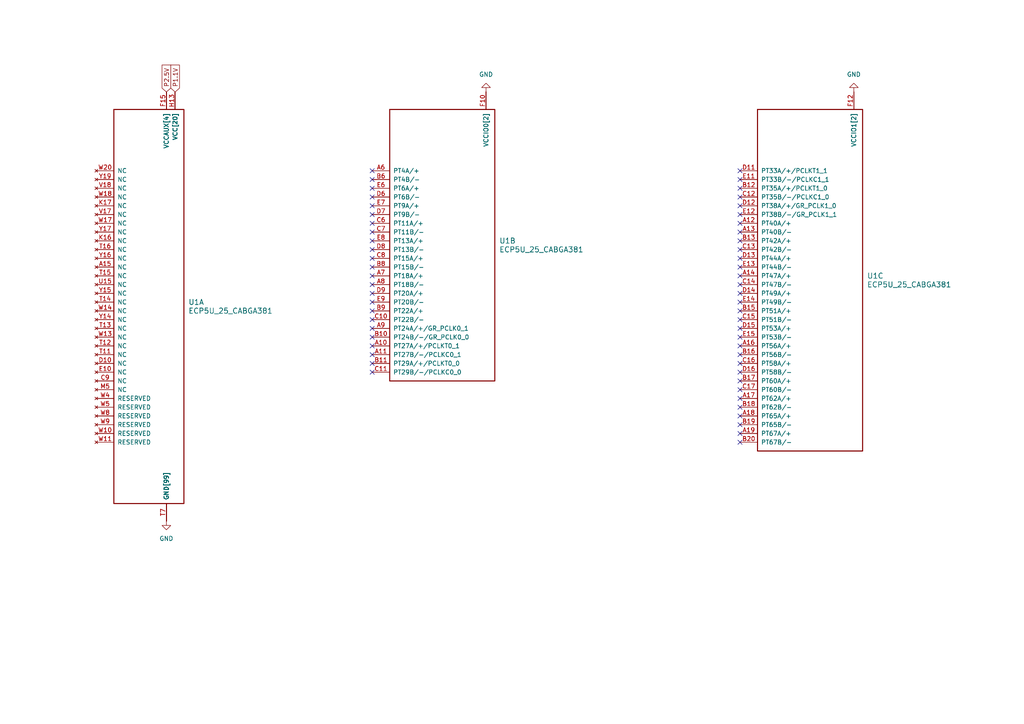
<source format=kicad_sch>
(kicad_sch (version 20231120) (generator "eeschema") (generator_version "8.0")
  (paper "A4")
  (title_block (title "HydraSucréLA"))
  (lib_symbols
    (symbol "Lattice_ECP5_FPGA:ECP5U_25_CABGA381" (pin_names (offset 1.016))
      (property "Reference" "U" (at 3.81 6.35 0))
      (property "Value" "ECP5U_25_CABGA381" (at 3.81 3.81 0))
      (symbol "ECP5U_25_CABGA381_1_1"
        (rectangle (start 5.08 17.78) (end 25.4 -96.52) (stroke (width 0.3048)))
        (pin no_connect line (at 0 -27.94 0) (length 5.08) (name "NC") (number "A15"))
        (pin power_in line (at 20.32 -101.6 90) (length 5.08) (name "GND[99]") (number "B14"))
        (pin power_in line (at 20.32 -101.6 90) (length 5.08) (name "GND[99]") (number "B7"))
        (pin power_in line (at 20.32 -101.6 90) (length 5.08) (name "GND[99]") (number "C19"))
        (pin no_connect line (at 0 -60.96 0) (length 5.08) (name "NC") (number "C9"))
        (pin no_connect line (at 0 -55.88 0) (length 5.08) (name "NC") (number "D10"))
        (pin power_in line (at 20.32 -101.6 90) (length 5.08) (name "GND[99]") (number "D4"))
        (pin no_connect line (at 0 -58.42 0) (length 5.08) (name "NC") (number "E10"))
        (pin power_in line (at 20.32 -101.6 90) (length 5.08) (name "GND[99]") (number "F13"))
        (pin power_in line (at 20.32 -101.6 90) (length 5.08) (name "GND[99]") (number "F14"))
        (pin power_in line (at 20.32 22.86 270) (length 5.08) (name "VCCAUX[4]") (number "F15"))
        (pin power_in line (at 20.32 22.86 270) (length 5.08) (name "VCCAUX[4]") (number "F6"))
        (pin power_in line (at 20.32 -101.6 90) (length 5.08) (name "GND[99]") (number "F7"))
        (pin power_in line (at 20.32 -101.6 90) (length 5.08) (name "GND[99]") (number "F8"))
        (pin power_in line (at 20.32 -101.6 90) (length 5.08) (name "GND[99]") (number "G10"))
        (pin power_in line (at 20.32 -101.6 90) (length 5.08) (name "GND[99]") (number "G11"))
        (pin power_in line (at 20.32 -101.6 90) (length 5.08) (name "GND[99]") (number "G12"))
        (pin power_in line (at 20.32 -101.6 90) (length 5.08) (name "GND[99]") (number "G13"))
        (pin power_in line (at 20.32 -101.6 90) (length 5.08) (name "GND[99]") (number "G14"))
        (pin power_in line (at 20.32 -101.6 90) (length 5.08) (name "GND[99]") (number "G15"))
        (pin power_in line (at 20.32 -101.6 90) (length 5.08) (name "GND[99]") (number "G17"))
        (pin power_in line (at 20.32 -101.6 90) (length 5.08) (name "GND[99]") (number "G4"))
        (pin power_in line (at 20.32 -101.6 90) (length 5.08) (name "GND[99]") (number "G6"))
        (pin power_in line (at 20.32 -101.6 90) (length 5.08) (name "GND[99]") (number "G7"))
        (pin power_in line (at 20.32 -101.6 90) (length 5.08) (name "GND[99]") (number "G8"))
        (pin power_in line (at 20.32 -101.6 90) (length 5.08) (name "GND[99]") (number "G9"))
        (pin power_in line (at 22.86 22.86 270) (length 5.08) (name "VCC[20]") (number "H10"))
        (pin power_in line (at 22.86 22.86 270) (length 5.08) (name "VCC[20]") (number "H11"))
        (pin power_in line (at 22.86 22.86 270) (length 5.08) (name "VCC[20]") (number "H12"))
        (pin power_in line (at 22.86 22.86 270) (length 5.08) (name "VCC[20]") (number "H13"))
        (pin power_in line (at 20.32 -101.6 90) (length 5.08) (name "GND[99]") (number "H19"))
        (pin power_in line (at 22.86 22.86 270) (length 5.08) (name "VCC[20]") (number "H8"))
        (pin power_in line (at 22.86 22.86 270) (length 5.08) (name "VCC[20]") (number "H9"))
        (pin power_in line (at 20.32 -101.6 90) (length 5.08) (name "GND[99]") (number "J10"))
        (pin power_in line (at 20.32 -101.6 90) (length 5.08) (name "GND[99]") (number "J11"))
        (pin power_in line (at 20.32 -101.6 90) (length 5.08) (name "GND[99]") (number "J12"))
        (pin power_in line (at 22.86 22.86 270) (length 5.08) (name "VCC[20]") (number "J13"))
        (pin power_in line (at 20.32 -101.6 90) (length 5.08) (name "GND[99]") (number "J14"))
        (pin power_in line (at 20.32 -101.6 90) (length 5.08) (name "GND[99]") (number "J2"))
        (pin power_in line (at 20.32 -101.6 90) (length 5.08) (name "GND[99]") (number "J7"))
        (pin power_in line (at 22.86 22.86 270) (length 5.08) (name "VCC[20]") (number "J8"))
        (pin power_in line (at 20.32 -101.6 90) (length 5.08) (name "GND[99]") (number "J9"))
        (pin power_in line (at 20.32 -101.6 90) (length 5.08) (name "GND[99]") (number "K10"))
        (pin power_in line (at 20.32 -101.6 90) (length 5.08) (name "GND[99]") (number "K11"))
        (pin power_in line (at 20.32 -101.6 90) (length 5.08) (name "GND[99]") (number "K12"))
        (pin power_in line (at 22.86 22.86 270) (length 5.08) (name "VCC[20]") (number "K13"))
        (pin power_in line (at 20.32 -101.6 90) (length 5.08) (name "GND[99]") (number "K14"))
        (pin power_in line (at 20.32 -101.6 90) (length 5.08) (name "GND[99]") (number "K15"))
        (pin no_connect line (at 0 -20.32 0) (length 5.08) (name "NC") (number "K16"))
        (pin no_connect line (at 0 -10.16 0) (length 5.08) (name "NC") (number "K17"))
        (pin power_in line (at 20.32 -101.6 90) (length 5.08) (name "GND[99]") (number "K6"))
        (pin power_in line (at 20.32 -101.6 90) (length 5.08) (name "GND[99]") (number "K7"))
        (pin power_in line (at 22.86 22.86 270) (length 5.08) (name "VCC[20]") (number "K8"))
        (pin power_in line (at 20.32 -101.6 90) (length 5.08) (name "GND[99]") (number "K9"))
        (pin power_in line (at 20.32 -101.6 90) (length 5.08) (name "GND[99]") (number "L10"))
        (pin power_in line (at 20.32 -101.6 90) (length 5.08) (name "GND[99]") (number "L11"))
        (pin power_in line (at 20.32 -101.6 90) (length 5.08) (name "GND[99]") (number "L12"))
        (pin power_in line (at 22.86 22.86 270) (length 5.08) (name "VCC[20]") (number "L13"))
        (pin power_in line (at 22.86 22.86 270) (length 5.08) (name "VCC[20]") (number "L8"))
        (pin power_in line (at 20.32 -101.6 90) (length 5.08) (name "GND[99]") (number "L9"))
        (pin power_in line (at 20.32 -101.6 90) (length 5.08) (name "GND[99]") (number "M10"))
        (pin power_in line (at 20.32 -101.6 90) (length 5.08) (name "GND[99]") (number "M11"))
        (pin power_in line (at 20.32 -101.6 90) (length 5.08) (name "GND[99]") (number "M12"))
        (pin power_in line (at 22.86 22.86 270) (length 5.08) (name "VCC[20]") (number "M13"))
        (pin power_in line (at 20.32 -101.6 90) (length 5.08) (name "GND[99]") (number "M14"))
        (pin power_in line (at 20.32 -101.6 90) (length 5.08) (name "GND[99]") (number "M16"))
        (pin power_in line (at 20.32 -101.6 90) (length 5.08) (name "GND[99]") (number "M2"))
        (pin no_connect line (at 0 -63.5 0) (length 5.08) (name "NC") (number "M5"))
        (pin power_in line (at 20.32 -101.6 90) (length 5.08) (name "GND[99]") (number "M7"))
        (pin power_in line (at 22.86 22.86 270) (length 5.08) (name "VCC[20]") (number "M8"))
        (pin power_in line (at 20.32 -101.6 90) (length 5.08) (name "GND[99]") (number "M9"))
        (pin power_in line (at 22.86 22.86 270) (length 5.08) (name "VCC[20]") (number "N10"))
        (pin power_in line (at 22.86 22.86 270) (length 5.08) (name "VCC[20]") (number "N11"))
        (pin power_in line (at 22.86 22.86 270) (length 5.08) (name "VCC[20]") (number "N12"))
        (pin power_in line (at 22.86 22.86 270) (length 5.08) (name "VCC[20]") (number "N13"))
        (pin power_in line (at 20.32 -101.6 90) (length 5.08) (name "GND[99]") (number "N14"))
        (pin power_in line (at 20.32 -101.6 90) (length 5.08) (name "GND[99]") (number "N15"))
        (pin power_in line (at 20.32 -101.6 90) (length 5.08) (name "GND[99]") (number "N6"))
        (pin power_in line (at 20.32 -101.6 90) (length 5.08) (name "GND[99]") (number "N7"))
        (pin power_in line (at 22.86 22.86 270) (length 5.08) (name "VCC[20]") (number "N8"))
        (pin power_in line (at 22.86 22.86 270) (length 5.08) (name "VCC[20]") (number "N9"))
        (pin power_in line (at 20.32 -101.6 90) (length 5.08) (name "GND[99]") (number "P11"))
        (pin power_in line (at 20.32 -101.6 90) (length 5.08) (name "GND[99]") (number "P12"))
        (pin power_in line (at 20.32 -101.6 90) (length 5.08) (name "GND[99]") (number "P13"))
        (pin power_in line (at 20.32 -101.6 90) (length 5.08) (name "GND[99]") (number "P14"))
        (pin power_in line (at 20.32 22.86 270) (length 5.08) (name "VCCAUX[4]") (number "P15"))
        (pin power_in line (at 20.32 22.86 270) (length 5.08) (name "VCCAUX[4]") (number "P6"))
        (pin power_in line (at 20.32 -101.6 90) (length 5.08) (name "GND[99]") (number "P7"))
        (pin power_in line (at 20.32 -101.6 90) (length 5.08) (name "GND[99]") (number "P8"))
        (pin power_in line (at 20.32 -101.6 90) (length 5.08) (name "GND[99]") (number "R19"))
        (pin power_in line (at 20.32 -101.6 90) (length 5.08) (name "GND[99]") (number "T10"))
        (pin no_connect line (at 0 -53.34 0) (length 5.08) (name "NC") (number "T11"))
        (pin no_connect line (at 0 -50.8 0) (length 5.08) (name "NC") (number "T12"))
        (pin no_connect line (at 0 -45.72 0) (length 5.08) (name "NC") (number "T13"))
        (pin no_connect line (at 0 -38.1 0) (length 5.08) (name "NC") (number "T14"))
        (pin no_connect line (at 0 -30.48 0) (length 5.08) (name "NC") (number "T15"))
        (pin no_connect line (at 0 -22.86 0) (length 5.08) (name "NC") (number "T16"))
        (pin power_in line (at 20.32 -101.6 90) (length 5.08) (name "GND[99]") (number "T6"))
        (pin power_in line (at 20.32 -101.6 90) (length 5.08) (name "GND[99]") (number "T7"))
        (pin power_in line (at 20.32 -101.6 90) (length 5.08) (name "GND[99]") (number "T8"))
        (pin power_in line (at 20.32 -101.6 90) (length 5.08) (name "GND[99]") (number "T9"))
        (pin power_in line (at 20.32 -101.6 90) (length 5.08) (name "GND[99]") (number "U10"))
        (pin power_in line (at 20.32 -101.6 90) (length 5.08) (name "GND[99]") (number "U11"))
        (pin power_in line (at 20.32 -101.6 90) (length 5.08) (name "GND[99]") (number "U12"))
        (pin power_in line (at 20.32 -101.6 90) (length 5.08) (name "GND[99]") (number "U13"))
        (pin power_in line (at 20.32 -101.6 90) (length 5.08) (name "GND[99]") (number "U14"))
        (pin no_connect line (at 0 -33.02 0) (length 5.08) (name "NC") (number "U15"))
        (pin power_in line (at 20.32 -101.6 90) (length 5.08) (name "GND[99]") (number "U6"))
        (pin power_in line (at 20.32 -101.6 90) (length 5.08) (name "GND[99]") (number "U7"))
        (pin power_in line (at 20.32 -101.6 90) (length 5.08) (name "GND[99]") (number "U8"))
        (pin power_in line (at 20.32 -101.6 90) (length 5.08) (name "GND[99]") (number "U9"))
        (pin power_in line (at 20.32 -101.6 90) (length 5.08) (name "GND[99]") (number "V10"))
        (pin power_in line (at 20.32 -101.6 90) (length 5.08) (name "GND[99]") (number "V11"))
        (pin power_in line (at 20.32 -101.6 90) (length 5.08) (name "GND[99]") (number "V12"))
        (pin power_in line (at 20.32 -101.6 90) (length 5.08) (name "GND[99]") (number "V13"))
        (pin power_in line (at 20.32 -101.6 90) (length 5.08) (name "GND[99]") (number "V14"))
        (pin power_in line (at 20.32 -101.6 90) (length 5.08) (name "GND[99]") (number "V15"))
        (pin power_in line (at 20.32 -101.6 90) (length 5.08) (name "GND[99]") (number "V16"))
        (pin no_connect line (at 0 -12.7 0) (length 5.08) (name "NC") (number "V17"))
        (pin no_connect line (at 0 -5.08 0) (length 5.08) (name "NC") (number "V18"))
        (pin power_in line (at 20.32 -101.6 90) (length 5.08) (name "GND[99]") (number "V19"))
        (pin power_in line (at 20.32 -101.6 90) (length 5.08) (name "GND[99]") (number "V20"))
        (pin power_in line (at 20.32 -101.6 90) (length 5.08) (name "GND[99]") (number "V5"))
        (pin power_in line (at 20.32 -101.6 90) (length 5.08) (name "GND[99]") (number "V6"))
        (pin power_in line (at 20.32 -101.6 90) (length 5.08) (name "GND[99]") (number "V7"))
        (pin power_in line (at 20.32 -101.6 90) (length 5.08) (name "GND[99]") (number "V8"))
        (pin power_in line (at 20.32 -101.6 90) (length 5.08) (name "GND[99]") (number "V9"))
        (pin no_connect line (at 0 -76.2 0) (length 5.08) (name "RESERVED") (number "W10"))
        (pin no_connect line (at 0 -78.74 0) (length 5.08) (name "RESERVED") (number "W11"))
        (pin power_in line (at 20.32 -101.6 90) (length 5.08) (name "GND[99]") (number "W12"))
        (pin no_connect line (at 0 -48.26 0) (length 5.08) (name "NC") (number "W13"))
        (pin no_connect line (at 0 -40.64 0) (length 5.08) (name "NC") (number "W14"))
        (pin power_in line (at 20.32 -101.6 90) (length 5.08) (name "GND[99]") (number "W15"))
        (pin power_in line (at 20.32 -101.6 90) (length 5.08) (name "GND[99]") (number "W16"))
        (pin no_connect line (at 0 -15.24 0) (length 5.08) (name "NC") (number "W17"))
        (pin no_connect line (at 0 -7.62 0) (length 5.08) (name "NC") (number "W18"))
        (pin power_in line (at 20.32 -101.6 90) (length 5.08) (name "GND[99]") (number "W19"))
        (pin no_connect line (at 0 0 0) (length 5.08) (name "NC") (number "W20"))
        (pin no_connect line (at 0 -66.04 0) (length 5.08) (name "RESERVED") (number "W4"))
        (pin no_connect line (at 0 -68.58 0) (length 5.08) (name "RESERVED") (number "W5"))
        (pin power_in line (at 20.32 -101.6 90) (length 5.08) (name "GND[99]") (number "W6"))
        (pin power_in line (at 20.32 -101.6 90) (length 5.08) (name "GND[99]") (number "W7"))
        (pin no_connect line (at 0 -71.12 0) (length 5.08) (name "RESERVED") (number "W8"))
        (pin no_connect line (at 0 -73.66 0) (length 5.08) (name "RESERVED") (number "W9"))
        (pin power_in line (at 20.32 -101.6 90) (length 5.08) (name "GND[99]") (number "Y11"))
        (pin power_in line (at 20.32 -101.6 90) (length 5.08) (name "GND[99]") (number "Y12"))
        (pin no_connect line (at 0 -43.18 0) (length 5.08) (name "NC") (number "Y14"))
        (pin no_connect line (at 0 -35.56 0) (length 5.08) (name "NC") (number "Y15"))
        (pin no_connect line (at 0 -25.4 0) (length 5.08) (name "NC") (number "Y16"))
        (pin no_connect line (at 0 -17.78 0) (length 5.08) (name "NC") (number "Y17"))
        (pin no_connect line (at 0 -2.54 0) (length 5.08) (name "NC") (number "Y19"))
        (pin power_in line (at 20.32 -101.6 90) (length 5.08) (name "GND[99]") (number "Y5"))
        (pin power_in line (at 20.32 -101.6 90) (length 5.08) (name "GND[99]") (number "Y6"))
        (pin power_in line (at 20.32 -101.6 90) (length 5.08) (name "GND[99]") (number "Y7"))
        (pin power_in line (at 20.32 -101.6 90) (length 5.08) (name "GND[99]") (number "Y8"))
      )
      (symbol "ECP5U_25_CABGA381_2_1"
        (rectangle (start 5.08 17.78) (end 35.56 -60.96) (stroke (width 0.3048)))
        (pin bidirectional line (at 0 -50.8 0) (length 5.08) (name "PT27A/+/PCLKT0_1") (number "A10"))
        (pin bidirectional line (at 0 -53.34 0) (length 5.08) (name "PT27B/-/PCLKC0_1") (number "A11"))
        (pin bidirectional line (at 0 0 0) (length 5.08) (name "PT4A/+") (number "A6"))
        (pin bidirectional line (at 0 -30.48 0) (length 5.08) (name "PT18A/+") (number "A7"))
        (pin bidirectional line (at 0 -33.02 0) (length 5.08) (name "PT18B/-") (number "A8"))
        (pin bidirectional line (at 0 -45.72 0) (length 5.08) (name "PT24A/+/GR_PCLK0_1") (number "A9"))
        (pin bidirectional line (at 0 -48.26 0) (length 5.08) (name "PT24B/-/GR_PCLK0_0") (number "B10"))
        (pin bidirectional line (at 0 -55.88 0) (length 5.08) (name "PT29A/+/PCLKT0_0") (number "B11"))
        (pin bidirectional line (at 0 -2.54 0) (length 5.08) (name "PT4B/-") (number "B6"))
        (pin bidirectional line (at 0 -27.94 0) (length 5.08) (name "PT15B/-") (number "B8"))
        (pin bidirectional line (at 0 -40.64 0) (length 5.08) (name "PT22A/+") (number "B9"))
        (pin bidirectional line (at 0 -43.18 0) (length 5.08) (name "PT22B/-") (number "C10"))
        (pin bidirectional line (at 0 -58.42 0) (length 5.08) (name "PT29B/-/PCLKC0_0") (number "C11"))
        (pin bidirectional line (at 0 -15.24 0) (length 5.08) (name "PT11A/+") (number "C6"))
        (pin bidirectional line (at 0 -17.78 0) (length 5.08) (name "PT11B/-") (number "C7"))
        (pin bidirectional line (at 0 -25.4 0) (length 5.08) (name "PT15A/+") (number "C8"))
        (pin bidirectional line (at 0 -7.62 0) (length 5.08) (name "PT6B/-") (number "D6"))
        (pin bidirectional line (at 0 -12.7 0) (length 5.08) (name "PT9B/-") (number "D7"))
        (pin bidirectional line (at 0 -22.86 0) (length 5.08) (name "PT13B/-") (number "D8"))
        (pin bidirectional line (at 0 -35.56 0) (length 5.08) (name "PT20A/+") (number "D9"))
        (pin bidirectional line (at 0 -5.08 0) (length 5.08) (name "PT6A/+") (number "E6"))
        (pin bidirectional line (at 0 -10.16 0) (length 5.08) (name "PT9A/+") (number "E7"))
        (pin bidirectional line (at 0 -20.32 0) (length 5.08) (name "PT13A/+") (number "E8"))
        (pin bidirectional line (at 0 -38.1 0) (length 5.08) (name "PT20B/-") (number "E9"))
        (pin power_in line (at 33.02 22.86 270) (length 5.08) (name "VCCIO0[2]") (number "F10"))
        (pin power_in line (at 33.02 22.86 270) (length 5.08) (name "VCCIO0[2]") (number "F9"))
      )
      (symbol "ECP5U_25_CABGA381_3_1"
        (rectangle (start 5.08 17.78) (end 35.56 -81.28) (stroke (width 0.3048)))
        (pin bidirectional line (at 0 -15.24 0) (length 5.08) (name "PT40A/+") (number "A12"))
        (pin bidirectional line (at 0 -17.78 0) (length 5.08) (name "PT40B/-") (number "A13"))
        (pin bidirectional line (at 0 -30.48 0) (length 5.08) (name "PT47A/+") (number "A14"))
        (pin bidirectional line (at 0 -50.8 0) (length 5.08) (name "PT56A/+") (number "A16"))
        (pin bidirectional line (at 0 -66.04 0) (length 5.08) (name "PT62A/+") (number "A17"))
        (pin bidirectional line (at 0 -71.12 0) (length 5.08) (name "PT65A/+") (number "A18"))
        (pin bidirectional line (at 0 -76.2 0) (length 5.08) (name "PT67A/+") (number "A19"))
        (pin bidirectional line (at 0 -5.08 0) (length 5.08) (name "PT35A/+/PCLKT1_0") (number "B12"))
        (pin bidirectional line (at 0 -20.32 0) (length 5.08) (name "PT42A/+") (number "B13"))
        (pin bidirectional line (at 0 -40.64 0) (length 5.08) (name "PT51A/+") (number "B15"))
        (pin bidirectional line (at 0 -53.34 0) (length 5.08) (name "PT56B/-") (number "B16"))
        (pin bidirectional line (at 0 -60.96 0) (length 5.08) (name "PT60A/+") (number "B17"))
        (pin bidirectional line (at 0 -68.58 0) (length 5.08) (name "PT62B/-") (number "B18"))
        (pin bidirectional line (at 0 -73.66 0) (length 5.08) (name "PT65B/-") (number "B19"))
        (pin bidirectional line (at 0 -78.74 0) (length 5.08) (name "PT67B/-") (number "B20"))
        (pin bidirectional line (at 0 -7.62 0) (length 5.08) (name "PT35B/-/PCLKC1_0") (number "C12"))
        (pin bidirectional line (at 0 -22.86 0) (length 5.08) (name "PT42B/-") (number "C13"))
        (pin bidirectional line (at 0 -33.02 0) (length 5.08) (name "PT47B/-") (number "C14"))
        (pin bidirectional line (at 0 -43.18 0) (length 5.08) (name "PT51B/-") (number "C15"))
        (pin bidirectional line (at 0 -55.88 0) (length 5.08) (name "PT58A/+") (number "C16"))
        (pin bidirectional line (at 0 -63.5 0) (length 5.08) (name "PT60B/-") (number "C17"))
        (pin bidirectional line (at 0 0 0) (length 5.08) (name "PT33A/+/PCLKT1_1") (number "D11"))
        (pin bidirectional line (at 0 -10.16 0) (length 5.08) (name "PT38A/+/GR_PCLK1_0") (number "D12"))
        (pin bidirectional line (at 0 -25.4 0) (length 5.08) (name "PT44A/+") (number "D13"))
        (pin bidirectional line (at 0 -35.56 0) (length 5.08) (name "PT49A/+") (number "D14"))
        (pin bidirectional line (at 0 -45.72 0) (length 5.08) (name "PT53A/+") (number "D15"))
        (pin bidirectional line (at 0 -58.42 0) (length 5.08) (name "PT58B/-") (number "D16"))
        (pin bidirectional line (at 0 -2.54 0) (length 5.08) (name "PT33B/-/PCLKC1_1") (number "E11"))
        (pin bidirectional line (at 0 -12.7 0) (length 5.08) (name "PT38B/-/GR_PCLK1_1") (number "E12"))
        (pin bidirectional line (at 0 -27.94 0) (length 5.08) (name "PT44B/-") (number "E13"))
        (pin bidirectional line (at 0 -38.1 0) (length 5.08) (name "PT49B/-") (number "E14"))
        (pin bidirectional line (at 0 -48.26 0) (length 5.08) (name "PT53B/-") (number "E15"))
        (pin power_in line (at 33.02 22.86 270) (length 5.08) (name "VCCIO1[2]") (number "F11"))
        (pin power_in line (at 33.02 22.86 270) (length 5.08) (name "VCCIO1[2]") (number "F12"))
      )
      (symbol "ECP5U_25_CABGA381_4_1"
        (rectangle (start 5.08 17.78) (end 48.26 -81.28) (stroke (width 0.3048)))
        (pin bidirectional line (at 0 0 0) (length 5.08) (name "PR2A/+/HS/RDQ8") (number "C18"))
        (pin bidirectional line (at 0 -40.64 0) (length 5.08) (name "PR14A/+/HS/RDQ20") (number "C20"))
        (pin bidirectional line (at 0 -2.54 0) (length 5.08) (name "PR2B/-/S0_IN/HS/RDQ8") (number "D17"))
        (pin bidirectional line (at 0 -10.16 0) (length 5.08) (name "PR5A/+/HS/RDQ8") (number "D18"))
        (pin bidirectional line (at 0 -43.18 0) (length 5.08) (name "PR14B/-/HS/RDQ20") (number "D19"))
        (pin bidirectional line (at 0 -45.72 0) (length 5.08) (name "PR14C/+/VREF1_2/RDQ20") (number "D20"))
        (pin bidirectional line (at 0 -5.08 0) (length 5.08) (name "PR2C/+/RDQ8") (number "E16"))
        (pin bidirectional line (at 0 -12.7 0) (length 5.08) (name "PR5B/-/HS/RDQ8") (number "E17"))
        (pin bidirectional line (at 0 -15.24 0) (length 5.08) (name "PR5C/+/RDQ8") (number "E18"))
        (pin bidirectional line (at 0 -48.26 0) (length 5.08) (name "PR14D/-/RDQ20") (number "E19"))
        (pin bidirectional line (at 0 -50.8 0) (length 5.08) (name "PR17A/+/HS/RDQ20") (number "E20"))
        (pin bidirectional line (at 0 -7.62 0) (length 5.08) (name "PR2D/-/RDQ8") (number "F16"))
        (pin bidirectional line (at 0 -20.32 0) (length 5.08) (name "PR8A/+/HS/RDQS8") (number "F17"))
        (pin bidirectional line (at 0 -17.78 0) (length 5.08) (name "PR5D/-/RDQ8") (number "F18"))
        (pin bidirectional line (at 0 -53.34 0) (length 5.08) (name "PR17B/-/HS/RDQ20") (number "F19"))
        (pin bidirectional line (at 0 -55.88 0) (length 5.08) (name "PR17C/+/RDQ20") (number "F20"))
        (pin bidirectional line (at 0 -25.4 0) (length 5.08) (name "PR8C/+/RDQ8") (number "G16"))
        (pin bidirectional line (at 0 -22.86 0) (length 5.08) (name "PR8B/-/HS/RDQSN8") (number "G18"))
        (pin bidirectional line (at 0 -60.96 0) (length 5.08) (name "PR20A/+/GR_PCLK2_1/HS/RDQS20") (number "G19"))
        (pin bidirectional line (at 0 -58.42 0) (length 5.08) (name "PR17D/-/RDQ20") (number "G20"))
        (pin power_in line (at 45.72 22.86 270) (length 5.08) (name "VCCIO2[3]") (number "H14"))
        (pin power_in line (at 45.72 22.86 270) (length 5.08) (name "VCCIO2[3]") (number "H15"))
        (pin bidirectional line (at 0 -27.94 0) (length 5.08) (name "PR8D/-/RDQ8") (number "H16"))
        (pin bidirectional line (at 0 -33.02 0) (length 5.08) (name "PR11B/-/HS/RDQ8") (number "H17"))
        (pin bidirectional line (at 0 -30.48 0) (length 5.08) (name "PR11A/+/HS/RDQ8") (number "H18"))
        (pin bidirectional line (at 0 -63.5 0) (length 5.08) (name "PR20B/-/HS/RDQSN20") (number "H20"))
        (pin power_in line (at 45.72 22.86 270) (length 5.08) (name "VCCIO2[3]") (number "J15"))
        (pin bidirectional line (at 0 -38.1 0) (length 5.08) (name "PR11D/-/RDQ8") (number "J16"))
        (pin bidirectional line (at 0 -35.56 0) (length 5.08) (name "PR11C/+/RDQ8") (number "J17"))
        (pin bidirectional line (at 0 -66.04 0) (length 5.08) (name "PR20C/+/GR_PCLK2_0/RDQ20") (number "J18"))
        (pin bidirectional line (at 0 -71.12 0) (length 5.08) (name "PR23A/+/PCLKT2_1/HS/RDQ20") (number "J19"))
        (pin bidirectional line (at 0 -76.2 0) (length 5.08) (name "PR23C/+/PCLKT2_0/RDQ20") (number "J20"))
        (pin bidirectional line (at 0 -68.58 0) (length 5.08) (name "PR20D/-/RDQ20") (number "K18"))
        (pin bidirectional line (at 0 -73.66 0) (length 5.08) (name "PR23B/-/PCLKC2_1/HS/RDQ20") (number "K19"))
        (pin bidirectional line (at 0 -78.74 0) (length 5.08) (name "PR23D/-/PCLKC2_0/RDQ20") (number "K20"))
      )
      (symbol "ECP5U_25_CABGA381_5_1"
        (rectangle (start 5.08 17.78) (end 48.26 -81.28) (stroke (width 0.3048)))
        (pin power_in line (at 45.72 22.86 270) (length 5.08) (name "VCCIO3[3]") (number "L14"))
        (pin power_in line (at 45.72 22.86 270) (length 5.08) (name "VCCIO3[3]") (number "L15"))
        (pin bidirectional line (at 0 -10.16 0) (length 5.08) (name "PR29A/+/GR_PCLK3_0/HS/RDQ32") (number "L16"))
        (pin bidirectional line (at 0 -12.7 0) (length 5.08) (name "PR29B/-/HS/RDQ32") (number "L17"))
        (pin bidirectional line (at 0 -15.24 0) (length 5.08) (name "PR29C/+/GR_PCLK3_1/RDQ32") (number "L18"))
        (pin bidirectional line (at 0 -5.08 0) (length 5.08) (name "PR26C/+/PCLKT3_0/RDQ32") (number "L19"))
        (pin bidirectional line (at 0 0 0) (length 5.08) (name "PR26A/+/PCLKT3_1/HS/RDQ32") (number "L20"))
        (pin power_in line (at 45.72 22.86 270) (length 5.08) (name "VCCIO3[3]") (number "M15"))
        (pin bidirectional line (at 0 -22.86 0) (length 5.08) (name "PR32B/-/HS/RDQSN32") (number "M17"))
        (pin bidirectional line (at 0 -17.78 0) (length 5.08) (name "PR29D/-/RDQ32") (number "M18"))
        (pin bidirectional line (at 0 -7.62 0) (length 5.08) (name "PR26D/-/PCLKC3_0/RDQ32") (number "M19"))
        (pin bidirectional line (at 0 -2.54 0) (length 5.08) (name "PR26B/-/PCLKC3_1/HS/RDQ32") (number "M20"))
        (pin bidirectional line (at 0 -20.32 0) (length 5.08) (name "PR32A/+/HS/RDQS32") (number "N16"))
        (pin bidirectional line (at 0 -30.48 0) (length 5.08) (name "PR35A/+/HS/RDQ32") (number "N17"))
        (pin bidirectional line (at 0 -25.4 0) (length 5.08) (name "PR32C/+/RDQ32") (number "N18"))
        (pin bidirectional line (at 0 -40.64 0) (length 5.08) (name "PR38A/+/HS/RDQ44") (number "N19"))
        (pin bidirectional line (at 0 -43.18 0) (length 5.08) (name "PR38B/-/HS/RDQ44") (number "N20"))
        (pin bidirectional line (at 0 -33.02 0) (length 5.08) (name "PR35B/-/VREF1_3/HS/RDQ32") (number "P16"))
        (pin bidirectional line (at 0 -27.94 0) (length 5.08) (name "PR32D/-/RDQ32") (number "P17"))
        (pin bidirectional line (at 0 -48.26 0) (length 5.08) (name "PR38D/-/RDQ44") (number "P18"))
        (pin bidirectional line (at 0 -45.72 0) (length 5.08) (name "PR38C/+/RDQ44") (number "P19"))
        (pin bidirectional line (at 0 -50.8 0) (length 5.08) (name "PR41A/+/HS/RDQ44") (number "P20"))
        (pin bidirectional line (at 0 -35.56 0) (length 5.08) (name "PR35C/+/RDQ32") (number "R16"))
        (pin bidirectional line (at 0 -38.1 0) (length 5.08) (name "PR35D/-/RDQ32") (number "R17"))
        (pin bidirectional line (at 0 -63.5 0) (length 5.08) (name "PR44B/-/HS/RDQSN44") (number "R18"))
        (pin bidirectional line (at 0 -53.34 0) (length 5.08) (name "PR41B/-/HS/RDQ44") (number "R20"))
        (pin bidirectional line (at 0 -78.74 0) (length 5.08) (name "PR47D/-/LRC_GPLL0C_IN/RDQ44") (number "T17"))
        (pin bidirectional line (at 0 -68.58 0) (length 5.08) (name "PR44D/-/RDQ44") (number "T18"))
        (pin bidirectional line (at 0 -60.96 0) (length 5.08) (name "PR44A/+/HS/RDQS44") (number "T19"))
        (pin bidirectional line (at 0 -55.88 0) (length 5.08) (name "PR41C/+/RDQ44") (number "T20"))
        (pin bidirectional line (at 0 -76.2 0) (length 5.08) (name "PR47C/+/LRC_GPLL0T_IN/RDQ44") (number "U16"))
        (pin bidirectional line (at 0 -73.66 0) (length 5.08) (name "PR47B/-/HS/RDQ44") (number "U17"))
        (pin bidirectional line (at 0 -71.12 0) (length 5.08) (name "PR47A/+/HS/RDQ44") (number "U18"))
        (pin bidirectional line (at 0 -66.04 0) (length 5.08) (name "PR44C/+/RDQ44") (number "U19"))
        (pin bidirectional line (at 0 -58.42 0) (length 5.08) (name "PR41D/-/RDQ44") (number "U20"))
      )
      (symbol "ECP5U_25_CABGA381_6_1"
        (rectangle (start 5.08 17.78) (end 48.26 -81.28) (stroke (width 0.3048)))
        (pin bidirectional line (at 0 -2.54 0) (length 5.08) (name "PL26B/-/PCLKC6_1/HS/LDQ32") (number "F1"))
        (pin bidirectional line (at 0 -7.62 0) (length 5.08) (name "PL26D/-/PCLKC6_0/LDQ32") (number "G1"))
        (pin bidirectional line (at 0 0 0) (length 5.08) (name "PL26A/+/PCLKT6_1/HS/LDQ32") (number "G2"))
        (pin bidirectional line (at 0 -25.4 0) (length 5.08) (name "PL32C/+/LDQ32") (number "H1"))
        (pin bidirectional line (at 0 -5.08 0) (length 5.08) (name "PL26C/+/PCLKT6_0/LDQ32") (number "H2"))
        (pin bidirectional line (at 0 -22.86 0) (length 5.08) (name "PL32B/-/HS/LDQSN32") (number "J1"))
        (pin bidirectional line (at 0 -15.24 0) (length 5.08) (name "PL29C/+/GR_PCLK6_1/LDQ32") (number "J3"))
        (pin bidirectional line (at 0 -10.16 0) (length 5.08) (name "PL29A/+/GR_PCLK6_0/HS/LDQ32") (number "J4"))
        (pin bidirectional line (at 0 -12.7 0) (length 5.08) (name "PL29B/-/HS/LDQ32") (number "J5"))
        (pin bidirectional line (at 0 -27.94 0) (length 5.08) (name "PL32D/-/LDQ32") (number "K1"))
        (pin bidirectional line (at 0 -20.32 0) (length 5.08) (name "PL32A/+/HS/LDQS32") (number "K2"))
        (pin bidirectional line (at 0 -17.78 0) (length 5.08) (name "PL29D/-/LDQ32") (number "K3"))
        (pin bidirectional line (at 0 -30.48 0) (length 5.08) (name "PL35A/+/HS/LDQ32") (number "K4"))
        (pin bidirectional line (at 0 -33.02 0) (length 5.08) (name "PL35B/-/VREF1_6/HS/LDQ32") (number "K5"))
        (pin bidirectional line (at 0 -66.04 0) (length 5.08) (name "PL44C/+/LDQ44") (number "L1"))
        (pin bidirectional line (at 0 -58.42 0) (length 5.08) (name "PL41D/-/LDQ44") (number "L2"))
        (pin bidirectional line (at 0 -55.88 0) (length 5.08) (name "PL41C/+/LDQ44") (number "L3"))
        (pin bidirectional line (at 0 -35.56 0) (length 5.08) (name "PL35C/+/LDQ32") (number "L4"))
        (pin bidirectional line (at 0 -38.1 0) (length 5.08) (name "PL35D/-/LDQ32") (number "L5"))
        (pin power_in line (at 45.72 22.86 270) (length 5.08) (name "VCCIO6[3]") (number "L6"))
        (pin power_in line (at 45.72 22.86 270) (length 5.08) (name "VCCIO6[3]") (number "L7"))
        (pin bidirectional line (at 0 -63.5 0) (length 5.08) (name "PL44B/-/HS/LDQSN44") (number "M1"))
        (pin bidirectional line (at 0 -53.34 0) (length 5.08) (name "PL41B/-/HS/LDQ44") (number "M3"))
        (pin bidirectional line (at 0 -40.64 0) (length 5.08) (name "PL38A/+/HS/LDQ44") (number "M4"))
        (pin power_in line (at 45.72 22.86 270) (length 5.08) (name "VCCIO6[3]") (number "M6"))
        (pin bidirectional line (at 0 -68.58 0) (length 5.08) (name "PL44D/-/LDQ44") (number "N1"))
        (pin bidirectional line (at 0 -60.96 0) (length 5.08) (name "PL44A/+/HS/LDQS44") (number "N2"))
        (pin bidirectional line (at 0 -50.8 0) (length 5.08) (name "PL41A/+/HS/LDQ44") (number "N3"))
        (pin bidirectional line (at 0 -45.72 0) (length 5.08) (name "PL38C/+/LDQ44") (number "N4"))
        (pin bidirectional line (at 0 -43.18 0) (length 5.08) (name "PL38B/-/HS/LDQ44") (number "N5"))
        (pin bidirectional line (at 0 -71.12 0) (length 5.08) (name "PL47A/+/HS/LDQ44") (number "P1"))
        (pin bidirectional line (at 0 -73.66 0) (length 5.08) (name "PL47B/-/HS/LDQ44") (number "P2"))
        (pin bidirectional line (at 0 -76.2 0) (length 5.08) (name "PL47C/+/LLC_GPLL0T_IN/LDQ44") (number "P3"))
        (pin bidirectional line (at 0 -78.74 0) (length 5.08) (name "PL47D/-/LLC_GPLL0C_IN/LDQ44") (number "P4"))
        (pin bidirectional line (at 0 -48.26 0) (length 5.08) (name "PL38D/-/LDQ44") (number "P5"))
      )
      (symbol "ECP5U_25_CABGA381_7_1"
        (rectangle (start 5.08 17.78) (end 48.26 -81.28) (stroke (width 0.3048)))
        (pin bidirectional line (at 0 -40.64 0) (length 5.08) (name "PL14A/+/HS/LDQ20") (number "A2"))
        (pin bidirectional line (at 0 -15.24 0) (length 5.08) (name "PL5C/+/LDQ8") (number "A3"))
        (pin bidirectional line (at 0 0 0) (length 5.08) (name "PL2A/+/HS/LDQ8") (number "A4"))
        (pin bidirectional line (at 0 -2.54 0) (length 5.08) (name "PL2B/-/HS/LDQ8") (number "A5"))
        (pin bidirectional line (at 0 -43.18 0) (length 5.08) (name "PL14B/-/HS/LDQ20") (number "B1"))
        (pin bidirectional line (at 0 -45.72 0) (length 5.08) (name "PL14C/+/VREF1_7/LDQ20") (number "B2"))
        (pin bidirectional line (at 0 -17.78 0) (length 5.08) (name "PL5D/-/LDQ8") (number "B3"))
        (pin bidirectional line (at 0 -12.7 0) (length 5.08) (name "PL5B/-/HS/LDQ8") (number "B4"))
        (pin bidirectional line (at 0 -5.08 0) (length 5.08) (name "PL2C/+/LDQ8") (number "B5"))
        (pin bidirectional line (at 0 -50.8 0) (length 5.08) (name "PL17A/+/HS/LDQ20") (number "C1"))
        (pin bidirectional line (at 0 -48.26 0) (length 5.08) (name "PL14D/-/LDQ20") (number "C2"))
        (pin bidirectional line (at 0 -25.4 0) (length 5.08) (name "PL8C/+/LDQ8") (number "C3"))
        (pin bidirectional line (at 0 -10.16 0) (length 5.08) (name "PL5A/+/HS/LDQ8") (number "C4"))
        (pin bidirectional line (at 0 -7.62 0) (length 5.08) (name "PL2D/-/LDQ8") (number "C5"))
        (pin bidirectional line (at 0 -53.34 0) (length 5.08) (name "PL17B/-/HS/LDQ20") (number "D1"))
        (pin bidirectional line (at 0 -55.88 0) (length 5.08) (name "PL17C/+/LDQ20") (number "D2"))
        (pin bidirectional line (at 0 -27.94 0) (length 5.08) (name "PL8D/-/LDQ8") (number "D3"))
        (pin bidirectional line (at 0 -22.86 0) (length 5.08) (name "PL8B/-/HS/LDQSN8") (number "D5"))
        (pin bidirectional line (at 0 -58.42 0) (length 5.08) (name "PL17D/-/LDQ20") (number "E1"))
        (pin bidirectional line (at 0 -78.74 0) (length 5.08) (name "PL23D/-/PCLKC7_0/LDQ20") (number "E2"))
        (pin bidirectional line (at 0 -33.02 0) (length 5.08) (name "PL11B/-/HS/LDQ8") (number "E3"))
        (pin bidirectional line (at 0 -20.32 0) (length 5.08) (name "PL8A/+/HS/LDQS8") (number "E4"))
        (pin bidirectional line (at 0 -35.56 0) (length 5.08) (name "PL11C/+/LDQ8") (number "E5"))
        (pin bidirectional line (at 0 -76.2 0) (length 5.08) (name "PL23C/+/PCLKT7_0/LDQ20") (number "F2"))
        (pin bidirectional line (at 0 -73.66 0) (length 5.08) (name "PL23B/-/PCLKC7_1/HS/LDQ20") (number "F3"))
        (pin bidirectional line (at 0 -30.48 0) (length 5.08) (name "PL11A/+/HS/LDQ8") (number "F4"))
        (pin bidirectional line (at 0 -38.1 0) (length 5.08) (name "PL11D/-/LDQ8") (number "F5"))
        (pin bidirectional line (at 0 -71.12 0) (length 5.08) (name "PL23A/+/PCLKT7_1/HS/LDQ20") (number "G3"))
        (pin bidirectional line (at 0 -63.5 0) (length 5.08) (name "PL20B/-/HS/LDQSN20") (number "G5"))
        (pin bidirectional line (at 0 -68.58 0) (length 5.08) (name "PL20D/-/LDQ20") (number "H3"))
        (pin bidirectional line (at 0 -60.96 0) (length 5.08) (name "PL20A/+/GR_PCLK7_1/HS/LDQS20") (number "H4"))
        (pin bidirectional line (at 0 -66.04 0) (length 5.08) (name "PL20C/+/GR_PCLK7_0/LDQ20") (number "H5"))
        (pin power_in line (at 45.72 22.86 270) (length 5.08) (name "VCCIO7[3]") (number "H6"))
        (pin power_in line (at 45.72 22.86 270) (length 5.08) (name "VCCIO7[3]") (number "H7"))
        (pin power_in line (at 45.72 22.86 270) (length 5.08) (name "VCCIO7[3]") (number "J6"))
      )
      (symbol "ECP5U_25_CABGA381_8_1"
        (rectangle (start 5.08 17.78) (end 53.34 -50.8) (stroke (width 0.3048)))
        (pin power_in line (at 50.8 22.86 270) (length 5.08) (name "VCCIO8[2]") (number "P10"))
        (pin power_in line (at 50.8 22.86 270) (length 5.08) (name "VCCIO8[2]") (number "P9"))
        (pin bidirectional line (at 0 -15.24 0) (length 5.08) (name "PB4A/+/D7/IO7") (number "R1"))
        (pin bidirectional line (at 0 -40.64 0) (length 5.08) (name "PB15A/+/HOLDN/DI/BUSY/CSSPIN/CEN") (number "R2"))
        (pin bidirectional line (at 0 -43.18 0) (length 5.08) (name "PB15B/-/DOUT/CSON") (number "R3"))
        (pin bidirectional line (at 0 -7.62 0) (length 5.08) (name "CFG_2") (number "R4"))
        (pin bidirectional line (at 0 -17.78 0) (length 5.08) (name "PB4B/-/D6/IO6") (number "T1"))
        (pin bidirectional line (at 0 -35.56 0) (length 5.08) (name "PB13A/+/SN/CSN") (number "T2"))
        (pin bidirectional line (at 0 -45.72 0) (length 5.08) (name "PB18A/WRITEN") (number "T3"))
        (pin bidirectional line (at 0 -5.08 0) (length 5.08) (name "CFG_1") (number "T4"))
        (pin bidirectional line (at 0 -20.32 0) (length 5.08) (name "PB6A/+/D5/MISO2/IO5") (number "U1"))
        (pin bidirectional line (at 0 -38.1 0) (length 5.08) (name "PB13B/-/CS1N") (number "U2"))
        (pin bidirectional line (at 0 0 0) (length 5.08) (name "CCLK/MCLK/SCK") (number "U3"))
        (pin bidirectional line (at 0 -2.54 0) (length 5.08) (name "CFG_0") (number "U4"))
        (pin bidirectional line (at 0 -22.86 0) (length 5.08) (name "PB6B/-/D4/MOSI2/IO4") (number "V1"))
        (pin bidirectional line (at 0 -30.48 0) (length 5.08) (name "PB11A/+/D1/MISO/IO1") (number "V2"))
        (pin bidirectional line (at 0 -12.7 0) (length 5.08) (name "INITN") (number "V3"))
        (pin bidirectional line (at 0 -25.4 0) (length 5.08) (name "PB9A/+/D3/IO3") (number "W1"))
        (pin bidirectional line (at 0 -33.02 0) (length 5.08) (name "PB11B/-/D0/MOSI/IO0") (number "W2"))
        (pin bidirectional line (at 0 -48.26 0) (length 5.08) (name "PROGRAMN") (number "W3"))
        (pin bidirectional line (at 0 -27.94 0) (length 5.08) (name "PB9B/-/D2/IO2") (number "Y2"))
        (pin bidirectional line (at 0 -10.16 0) (length 5.08) (name "DONE") (number "Y3"))
      )
      (symbol "ECP5U_25_CABGA381_9_1"
        (rectangle (start 5.08 2.54) (end 12.7 -10.16) (stroke (width 0.3048)))
        (pin bidirectional line (at 0 -2.54 0) (length 5.08) (name "TDI") (number "R5"))
        (pin bidirectional line (at 0 0 0) (length 5.08) (name "TCK") (number "T5"))
        (pin bidirectional line (at 0 -7.62 0) (length 5.08) (name "TMS") (number "U5"))
        (pin bidirectional line (at 0 -5.08 0) (length 5.08) (name "TDO") (number "V4"))
      )
    )
    (symbol "power:GND" (power) (pin_numbers hide) (pin_names (offset 0) hide)
      (property "Value" "GND" (at 0 -3.81 0))
      (symbol "GND_0_1"
        (polyline (pts (xy 0 0) (xy 0 -1.27) (xy 1.27 -1.27) (xy 0 -2.54) (xy -1.27 -1.27) (xy 0 -1.27)))
      )
      (symbol "GND_1_1"
        (pin power_in line (at 0 0 270) (length 0) (name "~") (number "1"))
      )
    )
  )
  (no_connect (at 214.63 87.63))
  (no_connect (at 214.63 52.07))
  (no_connect (at 214.63 115.57))
  (no_connect (at 107.95 102.87))
  (no_connect (at 214.63 113.03))
  (no_connect (at 214.63 57.15))
  (no_connect (at 107.95 82.55))
  (no_connect (at 214.63 54.61))
  (no_connect (at 107.95 105.41))
  (no_connect (at 214.63 102.87))
  (no_connect (at 214.63 92.71))
  (no_connect (at 214.63 49.53))
  (no_connect (at 214.63 67.31))
  (no_connect (at 107.95 97.79))
  (no_connect (at 107.95 87.63))
  (no_connect (at 214.63 107.95))
  (no_connect (at 107.95 77.47))
  (no_connect (at 214.63 74.93))
  (no_connect (at 107.95 54.61))
  (no_connect (at 214.63 120.65))
  (no_connect (at 107.95 90.17))
  (no_connect (at 214.63 62.23))
  (no_connect (at 214.63 85.09))
  (no_connect (at 214.63 128.27))
  (no_connect (at 107.95 69.85))
  (no_connect (at 214.63 110.49))
  (no_connect (at 107.95 59.69))
  (no_connect (at 214.63 97.79))
  (no_connect (at 107.95 67.31))
  (no_connect (at 214.63 59.69))
  (no_connect (at 107.95 64.77))
  (no_connect (at 107.95 95.25))
  (no_connect (at 214.63 64.77))
  (no_connect (at 107.95 107.95))
  (no_connect (at 214.63 77.47))
  (no_connect (at 214.63 69.85))
  (no_connect (at 107.95 80.01))
  (no_connect (at 107.95 72.39))
  (no_connect (at 107.95 62.23))
  (no_connect (at 107.95 49.53))
  (no_connect (at 107.95 52.07))
  (no_connect (at 107.95 92.71))
  (no_connect (at 107.95 100.33))
  (no_connect (at 214.63 123.19))
  (no_connect (at 214.63 80.01))
  (no_connect (at 107.95 85.09))
  (no_connect (at 214.63 95.25))
  (no_connect (at 214.63 100.33))
  (no_connect (at 214.63 82.55))
  (no_connect (at 214.63 118.11))
  (no_connect (at 107.95 74.93))
  (no_connect (at 214.63 125.73))
  (no_connect (at 214.63 90.17))
  (no_connect (at 214.63 72.39))
  (no_connect (at 214.63 105.41))
  (no_connect (at 107.95 57.15))
  (global_label "P1.1V" (shape input) (at 50.8 26.67 90) (property "Intersheetrefs" "${INTERSHEET_REFS}" (effects (hide yes))))
  (global_label "P2.5V" (shape input) (at 48.26 26.67 90) (property "Intersheetrefs" "${INTERSHEET_REFS}" (effects (hide yes))))
  (symbol (lib_id "power:GND") (at 140.97 26.67 180) (unit 1)
    (property "Reference" "#PWR019" (effects (hide yes)))
    (property "Value" "GND" (at 140.97 21.59 0))
    (property "Description" "Power symbol creates a global label with name \"GND\" , ground" (effects (hide yes)))
  )
  (symbol (lib_id "power:GND") (at 247.65 26.67 180) (unit 1)
    (property "Reference" "#PWR018" (effects (hide yes)))
    (property "Value" "GND" (at 247.65 21.59 0))
    (property "Description" "Power symbol creates a global label with name \"GND\" , ground" (effects (hide yes)))
  )
  (symbol (lib_id "Lattice_ECP5_FPGA:ECP5U_25_CABGA381") (at 27.94 49.53 0) (unit 1)
    (property "Reference" "U1" (at 54.61 87.6299 0) (effects (font (size 1.524 1.524)) (justify left)))
    (property "Value" "ECP5U_25_CABGA381" (at 54.61 90.1699 0) (effects (font (size 1.524 1.524)) (justify left)))
    (property "Description" "ECP5U_25" (effects (hide yes)))
  )
  (symbol (lib_id "Lattice_ECP5_FPGA:ECP5U_25_CABGA381") (at 214.63 49.53 0) (unit 3)
    (property "Reference" "U1" (at 251.46 80.0099 0) (effects (font (size 1.524 1.524)) (justify left)))
    (property "Value" "ECP5U_25_CABGA381" (at 251.46 82.5499 0) (effects (font (size 1.524 1.524)) (justify left)))
    (property "Description" "ECP5U_25" (effects (hide yes)))
  )
  (symbol (lib_id "Lattice_ECP5_FPGA:ECP5U_25_CABGA381") (at 107.95 49.53 0) (unit 2)
    (property "Reference" "U1" (at 144.78 69.8499 0) (effects (font (size 1.524 1.524)) (justify left)))
    (property "Value" "ECP5U_25_CABGA381" (at 144.78 72.3899 0) (effects (font (size 1.524 1.524)) (justify left)))
    (property "Description" "ECP5U_25" (effects (hide yes)))
  )
  (symbol (lib_id "power:GND") (at 48.26 151.13 0) (unit 1)
    (property "Reference" "#PWR01" (effects (hide yes)))
    (property "Value" "GND" (at 48.26 156.21 0))
    (property "Description" "Power symbol creates a global label with name \"GND\" , ground" (effects (hide yes)))
  )
)
</source>
